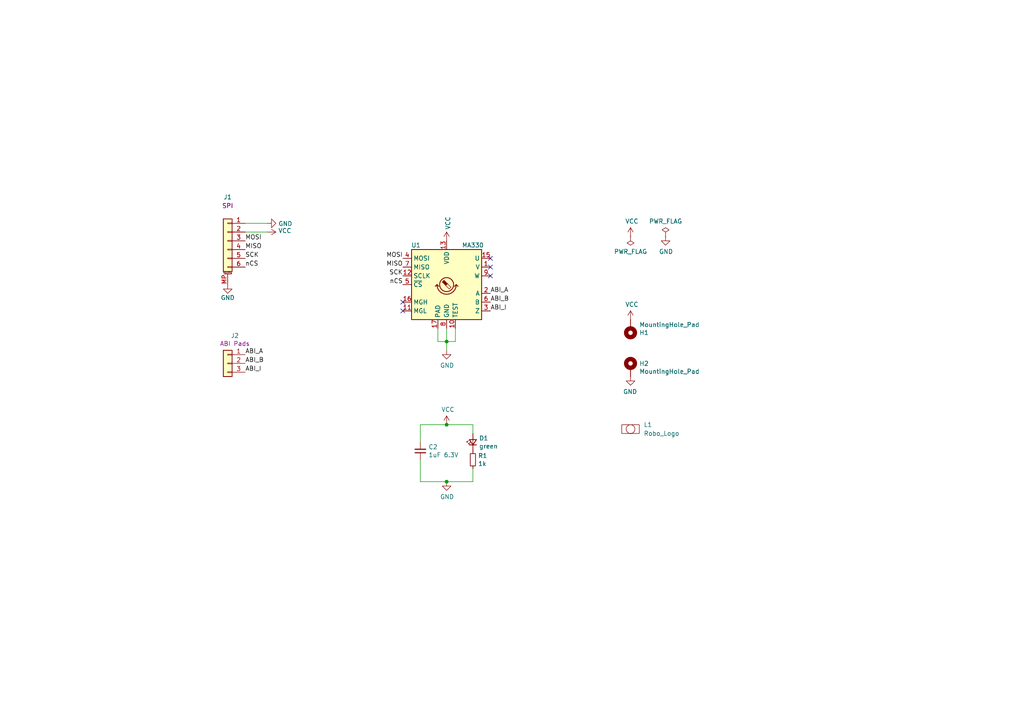
<source format=kicad_sch>
(kicad_sch (version 20211123) (generator eeschema)
  (paper "A4")
  (lib_symbols
    (symbol "Connector_Generic:Conn_01x03" (pin_names (offset 1.016) hide)
      (property "Reference" "J" (at 0 5.08 0))
      (property "Value" "Conn_01x03" (at 0 -5.08 0))
      (symbol "Conn_01x03_1_1"
        (rectangle (start -1.27 -2.413) (end 0 -2.667) (stroke (width 0.1524)))
        (rectangle (start -1.27 0.127) (end 0 -0.127) (stroke (width 0.1524)))
        (rectangle (start -1.27 2.667) (end 0 2.413) (stroke (width 0.1524)))
        (rectangle (start -1.27 3.81) (end 1.27 -3.81) (stroke (width 0.254)) (fill (type background)))
        (pin passive line (at -5.08 2.54 0) (length 3.81) (name "Pin_1") (number "1"))
        (pin passive line (at -5.08 0 0) (length 3.81) (name "Pin_2") (number "2"))
        (pin passive line (at -5.08 -2.54 0) (length 3.81) (name "Pin_3") (number "3"))
      )
    )
    (symbol "Connector_Generic_MountingPin:Conn_01x06_MountingPin" (pin_names (offset 1.016) hide)
      (property "Reference" "J" (at 0 7.62 0))
      (property "Value" "Conn_01x06_MountingPin" (at 1.27 -10.16 0))
      (symbol "Conn_01x06_MountingPin_1_1"
        (rectangle (start -1.27 -7.493) (end 0 -7.747) (stroke (width 0.1524)))
        (rectangle (start -1.27 -4.953) (end 0 -5.207) (stroke (width 0.1524)))
        (rectangle (start -1.27 -2.413) (end 0 -2.667) (stroke (width 0.1524)))
        (rectangle (start -1.27 0.127) (end 0 -0.127) (stroke (width 0.1524)))
        (rectangle (start -1.27 2.667) (end 0 2.413) (stroke (width 0.1524)))
        (rectangle (start -1.27 5.207) (end 0 4.953) (stroke (width 0.1524)))
        (rectangle (start -1.27 6.35) (end 1.27 -8.89) (stroke (width 0.254)) (fill (type background)))
        (polyline (pts (xy -1.016 -9.652) (xy 1.016 -9.652)) (stroke (width 0.1524)))
        (text "Mounting" (at 0 -9.271 0) (effects (font (size 0.381 0.381))))
        (pin passive line (at -5.08 5.08 0) (length 3.81) (name "Pin_1") (number "1"))
        (pin passive line (at -5.08 2.54 0) (length 3.81) (name "Pin_2") (number "2"))
        (pin passive line (at -5.08 0 0) (length 3.81) (name "Pin_3") (number "3"))
        (pin passive line (at -5.08 -2.54 0) (length 3.81) (name "Pin_4") (number "4"))
        (pin passive line (at -5.08 -5.08 0) (length 3.81) (name "Pin_5") (number "5"))
        (pin passive line (at -5.08 -7.62 0) (length 3.81) (name "Pin_6") (number "6"))
        (pin passive line (at 0 -12.7 90) (length 3.048) (name "MountPin") (number "MP"))
      )
    )
    (symbol "Device:C_Small" (pin_numbers hide) (pin_names (offset 0.254) hide)
      (property "Reference" "C" (at 0.254 1.778 0))
      (property "Value" "C_Small" (at 0.254 -2.032 0))
      (symbol "C_Small_0_1"
        (polyline (pts (xy -1.524 -0.508) (xy 1.524 -0.508)) (stroke (width 0.3302)))
        (polyline (pts (xy -1.524 0.508) (xy 1.524 0.508)) (stroke (width 0.3048)))
      )
      (symbol "C_Small_1_1"
        (pin passive line (at 0 2.54 270) (length 2.032) (name "~") (number "1"))
        (pin passive line (at 0 -2.54 90) (length 2.032) (name "~") (number "2"))
      )
    )
    (symbol "Device:LED_Small" (pin_numbers hide) (pin_names (offset 0.254) hide)
      (property "Reference" "D" (at -1.27 3.175 0))
      (property "Value" "LED_Small" (at -4.445 -2.54 0))
      (symbol "LED_Small_0_1"
        (polyline (pts (xy -0.762 -1.016) (xy -0.762 1.016)) (stroke (width 0.254)))
        (polyline (pts (xy 1.016 0) (xy -0.762 0)))
        (polyline (pts (xy 0.762 -1.016) (xy -0.762 0) (xy 0.762 1.016) (xy 0.762 -1.016)) (stroke (width 0.254)))
        (polyline (pts (xy 0 0.762) (xy -0.508 1.27) (xy -0.254 1.27) (xy -0.508 1.27) (xy -0.508 1.016)))
        (polyline (pts (xy 0.508 1.27) (xy 0 1.778) (xy 0.254 1.778) (xy 0 1.778) (xy 0 1.524)))
      )
      (symbol "LED_Small_1_1"
        (pin passive line (at -2.54 0 0) (length 1.778) (name "K") (number "1"))
        (pin passive line (at 2.54 0 180) (length 1.778) (name "A") (number "2"))
      )
    )
    (symbol "Device:R_Small" (pin_numbers hide) (pin_names (offset 0.254) hide)
      (property "Reference" "R" (at 0.762 0.508 0))
      (property "Value" "R_Small" (at 0.762 -1.016 0))
      (symbol "R_Small_0_1"
        (rectangle (start -0.762 1.778) (end 0.762 -1.778) (stroke (width 0.2032)))
      )
      (symbol "R_Small_1_1"
        (pin passive line (at 0 2.54 270) (length 0.762) (name "~") (number "1"))
        (pin passive line (at 0 -2.54 90) (length 0.762) (name "~") (number "2"))
      )
    )
    (symbol "Mechanical:MountingHole_Pad" (pin_numbers hide) (pin_names (offset 1.016) hide)
      (property "Reference" "H" (at 0 6.35 0))
      (property "Value" "MountingHole_Pad" (at 0 4.445 0))
      (symbol "MountingHole_Pad_0_1"
        (circle (center 0 1.27) (radius 1.27) (stroke (width 1.27)))
      )
      (symbol "MountingHole_Pad_1_1"
        (pin input line (at 0 -2.54 90) (length 2.54) (name "1") (number "1"))
      )
    )
    (symbol "power:GND" (power) (pin_names (offset 0))
      (property "Value" "GND" (at 0 -3.81 0))
      (symbol "GND_0_1"
        (polyline (pts (xy 0 0) (xy 0 -1.27) (xy 1.27 -1.27) (xy 0 -2.54) (xy -1.27 -1.27) (xy 0 -1.27)))
      )
      (symbol "GND_1_1"
        (pin power_in line (at 0 0 270) (length 0) hide (name "GND") (number "1"))
      )
    )
    (symbol "power:PWR_FLAG" (power) (pin_numbers hide) (pin_names (offset 0) hide)
      (property "Value" "PWR_FLAG" (at 0 3.81 0))
      (symbol "PWR_FLAG_0_0"
        (pin power_out line (at 0 0 90) (length 0) (name "pwr") (number "1"))
      )
      (symbol "PWR_FLAG_0_1"
        (polyline (pts (xy 0 0) (xy 0 1.27) (xy -1.016 1.905) (xy 0 2.54) (xy 1.016 1.905) (xy 0 1.27)))
      )
    )
    (symbol "power:VCC" (power) (pin_names (offset 0))
      (property "Value" "VCC" (at 0 3.81 0))
      (symbol "VCC_0_1"
        (polyline (pts (xy -0.762 1.27) (xy 0 2.54)))
        (polyline (pts (xy 0 0) (xy 0 2.54)))
        (polyline (pts (xy 0 2.54) (xy 0.762 1.27)))
      )
      (symbol "VCC_1_1"
        (pin power_in line (at 0 0 90) (length 0) hide (name "VCC") (number "1"))
      )
    )
    (symbol "runger:MA330GQ"
      (property "Reference" "U" (at -10.16 11.43 0))
      (property "Value" "MA330GQ" (at 10.16 11.43 0))
      (symbol "MA330GQ_0_1"
        (rectangle (start -10.16 10.16) (end 10.16 -10.16) (stroke (width 0.254)) (fill (type background)))
        (arc (start -2.794 0) (mid 0 -2.794) (end 2.794 0) (stroke (width 0.254)))
        (polyline (pts (xy -2.794 0) (xy -3.302 -0.508)) (stroke (width 0.254)))
        (polyline (pts (xy -2.794 0) (xy -2.286 -0.508)) (stroke (width 0.254)))
        (polyline (pts (xy 2.794 0) (xy 2.286 -0.508)) (stroke (width 0.254)))
        (polyline (pts (xy 2.794 0) (xy 3.302 -0.508)) (stroke (width 0.254)))
      )
      (symbol "MA330GQ_1_1"
        (polyline (pts (xy 0.254 0.254) (xy 1.27 -0.762) (xy 0.762 -1.27) (xy -0.254 -0.254)))
        (polyline (pts (xy -0.762 1.27) (xy 0.254 0.254) (xy -0.254 -0.254) (xy -1.27 0.762) (xy -1.016 1.016) (xy -0.762 1.27) (xy -0.635 1.143)) (fill (type outline)))
        (circle (center 0 0) (radius 2.032) (stroke (width 0.254)))
        (pin output line (at 12.7 5.08 180) (length 2.54) (name "V") (number "1"))
        (pin passive line (at 2.54 -12.7 90) (length 2.54) (name "TEST") (number "10"))
        (pin output line (at -12.7 -7.62 0) (length 2.54) (name "MGL") (number "11"))
        (pin input line (at -12.7 2.54 0) (length 2.54) (name "SCLK") (number "12"))
        (pin power_in line (at 0 12.7 270) (length 2.54) (name "VDD") (number "13"))
        (pin no_connect line (at 5.08 -10.16 90) (length 2.54) hide (name "NC") (number "14"))
        (pin input line (at 12.7 7.62 180) (length 2.54) (name "U") (number "15"))
        (pin output line (at -12.7 -5.08 0) (length 2.54) (name "MGH") (number "16"))
        (pin input line (at -2.54 -12.7 90) (length 2.54) (name "PAD") (number "17"))
        (pin output line (at 12.7 -2.54 180) (length 2.54) (name "A") (number "2"))
        (pin output line (at 12.7 -7.62 180) (length 2.54) (name "Z") (number "3"))
        (pin input line (at -12.7 7.62 0) (length 2.54) (name "MOSI") (number "4"))
        (pin input line (at -12.7 0 0) (length 2.54) (name "~{CS}") (number "5"))
        (pin output line (at 12.7 -5.08 180) (length 2.54) (name "B") (number "6"))
        (pin output line (at -12.7 5.08 0) (length 2.54) (name "MISO") (number "7"))
        (pin power_in line (at 0 -12.7 90) (length 2.54) (name "GND") (number "8"))
        (pin output line (at 12.7 2.54 180) (length 2.54) (name "W") (number "9"))
      )
    )
    (symbol "runger:Robo_Logo" (in_bom no)
      (property "Reference" "L" (at 0 3.81 0))
      (property "Value" "Robo_Logo" (at 0 -3.81 0))
      (symbol "Robo_Logo_0_1"
        (rectangle (start -2.54 1.27) (end 2.54 -1.27) (stroke (width 0.1524)))
        (circle (center 0 0) (radius 1.27) (stroke (width 0.1524)))
      )
    )
  )
  (junction (at 129.54 139.7))
  (junction (at 129.54 99.06))
  (junction (at 129.54 123.19))
  (no_connect (at 142.24 80.01))
  (no_connect (at 142.24 74.93))
  (no_connect (at 116.84 87.63))
  (no_connect (at 142.24 77.47))
  (no_connect (at 116.84 90.17))
  (wire (pts (xy 132.08 95.25) (xy 132.08 99.06)))
  (wire (pts (xy 137.16 123.19) (xy 137.16 125.73)))
  (wire (pts (xy 121.92 133.35) (xy 121.92 139.7)))
  (wire (pts (xy 127 95.25) (xy 127 99.06)))
  (wire (pts (xy 129.54 123.19) (xy 137.16 123.19)))
  (wire (pts (xy 71.12 64.77) (xy 77.47 64.77)))
  (wire (pts (xy 121.92 139.7) (xy 129.54 139.7)))
  (wire (pts (xy 71.12 67.31) (xy 77.47 67.31)))
  (wire (pts (xy 121.92 128.27) (xy 121.92 123.19)))
  (wire (pts (xy 127 99.06) (xy 129.54 99.06)))
  (wire (pts (xy 137.16 139.7) (xy 137.16 135.89)))
  (wire (pts (xy 132.08 99.06) (xy 129.54 99.06)))
  (wire (pts (xy 129.54 139.7) (xy 137.16 139.7)))
  (wire (pts (xy 121.92 123.19) (xy 129.54 123.19)))
  (wire (pts (xy 129.54 95.25) (xy 129.54 99.06)))
  (wire (pts (xy 129.54 99.06) (xy 129.54 101.6)))
  (label "ABI_A" (at 71.12 102.87 0))
  (label "MOSI" (at 116.84 74.93 180))
  (label "nCS" (at 116.84 82.55 180))
  (label "MOSI" (at 71.12 69.85 0))
  (label "ABI_B" (at 71.12 105.41 0))
  (label "ABI_A" (at 142.24 85.09 0))
  (label "SCK" (at 116.84 80.01 180))
  (label "SCK" (at 71.12 74.93 0))
  (label "MISO" (at 71.12 72.39 0))
  (label "ABI_B" (at 142.24 87.63 0))
  (label "ABI_I" (at 142.24 90.17 0))
  (label "nCS" (at 71.12 77.47 0))
  (label "MISO" (at 116.84 77.47 180))
  (label "ABI_I" (at 71.12 107.95 0))
  (symbol (lib_id "power:VCC") (at 77.47 67.31 270) (mirror x) (unit 1)
    (property "Reference" "#PWR03" (effects hide))
    (property "Value" "VCC" (at 80.6958 66.929 90) (effects (justify left)))
  )
  (symbol (lib_id "power:VCC") (at 129.54 69.85 0) (unit 1)
    (property "Reference" "#PWR06" (effects hide))
    (property "Value" "VCC" (at 129.921 66.6242 90) (effects (justify left)))
  )
  (symbol (lib_id "power:GND") (at 129.54 101.6 0) (unit 1)
    (property "Reference" "#PWR04" (effects hide))
    (property "Value" "GND" (at 129.667 105.9942 0))
  )
  (symbol (lib_id "Connector_Generic_MountingPin:Conn_01x06_MountingPin") (at 66.04 69.85 0) (mirror y) (unit 1)
    (property "Reference" "J1" (at 66.04 57.15 0))
    (property "Value" "Conn_01x06_MountingPin" (effects hide))
    (property "Footprint" "Connector_JST:JST_SH_SM06B-SRSS-TB_1x06-1MP_P1.00mm_Horizontal" (effects hide))
    (property "Port" "SPI" (at 66.04 59.69 0))
    (property "Manu" "JST" (effects hide))
    (property "Part" "Connector_JST:JST_SH_SM06B-SRSS-TB_1x06-1MP_P1.00mm_Horizontal" (effects hide))
    (property "Notes" "Alternative parts: Scrondar SCT-WR-S-06P, Joint Tech A1001WR-S-6P" (effects hide))
  )
  (symbol (lib_id "power:GND") (at 66.04 82.55 0) (mirror y) (unit 1)
    (property "Reference" "#PWR01" (effects hide))
    (property "Value" "GND" (at 66.04 86.36 0))
  )
  (symbol (lib_id "power:GND") (at 77.47 64.77 90) (mirror x) (unit 1)
    (property "Reference" "#PWR02" (effects hide))
    (property "Value" "GND" (at 80.7212 64.897 90) (effects (justify right)))
  )
  (symbol (lib_id "power:VCC") (at 182.88 92.71 0) (unit 1)
    (property "Reference" "#PWR07" (effects hide))
    (property "Value" "VCC" (at 183.261 88.3158 0))
  )
  (symbol (lib_id "power:GND") (at 182.88 109.22 0) (mirror y) (unit 1)
    (property "Reference" "#PWR08" (effects hide))
    (property "Value" "GND" (at 182.753 113.6142 0))
  )
  (symbol (lib_id "Mechanical:MountingHole_Pad") (at 182.88 106.68 0) (unit 1)
    (property "Reference" "H2" (at 185.42 105.4354 0) (effects (justify left)))
    (property "Value" "MountingHole_Pad" (at 185.42 107.7468 0) (effects (justify left)))
    (property "Footprint" "MountingHole:MountingHole_2.2mm_M2_ISO7380_Pad" (effects hide))
  )
  (symbol (lib_id "Mechanical:MountingHole_Pad") (at 182.88 95.25 0) (mirror x) (unit 1)
    (property "Reference" "H1" (at 185.42 96.4946 0) (effects (justify left)))
    (property "Value" "MountingHole_Pad" (at 185.42 94.1832 0) (effects (justify left)))
    (property "Footprint" "MountingHole:MountingHole_2.2mm_M2_ISO7380_Pad" (effects hide))
  )
  (symbol (lib_id "Connector_Generic:Conn_01x03") (at 66.04 105.41 0) (mirror y) (unit 1)
    (property "Reference" "J2" (at 68.1228 97.3582 0))
    (property "Value" "Castellations_ABI" (effects hide))
    (property "Footprint" "Connector_PinHeader_2.54mm:PinHeader_1x03_P2.54mm_Vertical" (effects hide))
    (property "Port" "ABI Pads" (at 68.1228 99.6696 0))
  )
  (symbol (lib_id "power:VCC") (at 182.88 68.58 0) (unit 1)
    (property "Reference" "#PWR0101" (effects hide))
    (property "Value" "VCC" (at 183.261 64.1858 0))
  )
  (symbol (lib_id "power:PWR_FLAG") (at 182.88 68.58 180) (unit 1)
    (property "Reference" "#FLG0101" (effects hide))
    (property "Value" "PWR_FLAG" (at 182.88 72.9742 0))
  )
  (symbol (lib_id "Device:C_Small") (at 121.92 130.81 180) (unit 1)
    (property "Reference" "C2" (at 124.2568 129.6416 0) (effects (justify right)))
    (property "Value" "1uF 6.3V" (at 124.2568 131.953 0) (effects (justify right)))
    (property "Footprint" "Capacitor_SMD:C_0402_1005Metric" (effects hide))
    (property "Part" "GRT155C80J105KE01D" (effects hide))
    (property "Manu" "Murata" (effects hide))
  )
  (symbol (lib_id "power:VCC") (at 129.54 123.19 0) (unit 1)
    (property "Reference" "#PWR09" (effects hide))
    (property "Value" "VCC" (at 129.921 118.7958 0))
  )
  (symbol (lib_id "power:GND") (at 129.54 139.7 0) (unit 1)
    (property "Reference" "#PWR010" (effects hide))
    (property "Value" "GND" (at 129.667 144.0942 0))
  )
  (symbol (lib_id "runger:MA330GQ") (at 129.54 82.55 0) (unit 1)
    (property "Reference" "U1" (at 120.65 71.12 0))
    (property "Value" "MA330" (at 137.16 71.12 0))
    (property "Footprint" "Package_DFN_QFN:QFN-16-1EP_3x3mm_P0.5mm_EP1.75x1.75mm" (effects hide))
    (property "Datasheet" "https://www.monolithicpower.com/pub/media/document/m/a/ma330.pdf" (effects hide))
    (property "Manu" "Monolithic Power Systems" (effects hide))
    (property "Part" "MA330GQ-Z" (effects hide))
    (property "Notes" "Availability at Mouser from 22.4.2022" (effects hide))
  )
  (symbol (lib_id "Device:R_Small") (at 137.16 133.35 0) (unit 1)
    (property "Reference" "R1" (at 138.6586 132.1816 0) (effects (justify left)))
    (property "Value" "1k" (at 138.6586 134.493 0) (effects (justify left)))
    (property "Footprint" "Resistor_SMD:R_0402_1005Metric" (effects hide))
  )
  (symbol (lib_id "Device:LED_Small") (at 137.16 128.27 90) (unit 1)
    (property "Reference" "D1" (at 138.938 127.1016 90) (effects (justify right)))
    (property "Value" "green" (at 138.938 129.413 90) (effects (justify right)))
    (property "Footprint" "LED_SMD:LED_0402_1005Metric" (effects hide))
    (property "Manu" "Wurth" (effects hide))
    (property "Part" "150040VS73240" (effects hide))
  )
  (symbol (lib_id "power:PWR_FLAG") (at 193.04 68.58 0) (unit 1)
    (property "Reference" "#FLG0102" (effects hide))
    (property "Value" "PWR_FLAG" (at 193.04 64.1858 0))
  )
  (symbol (lib_id "power:GND") (at 193.04 68.58 0) (unit 1)
    (property "Reference" "#PWR0102" (effects hide))
    (property "Value" "GND" (at 193.167 72.9742 0))
  )
  (symbol (lib_id "runger:Robo_Logo") (at 182.88 124.46 0) (unit 1) (in_bom no)
    (property "Reference" "L1" (at 186.69 123.1899 0) (effects (justify left)))
    (property "Value" "Robo_Logo" (at 186.69 125.7299 0) (effects (justify left)))
    (property "Footprint" "runger:Robo_logo2" (effects hide))
  )
)
</source>
